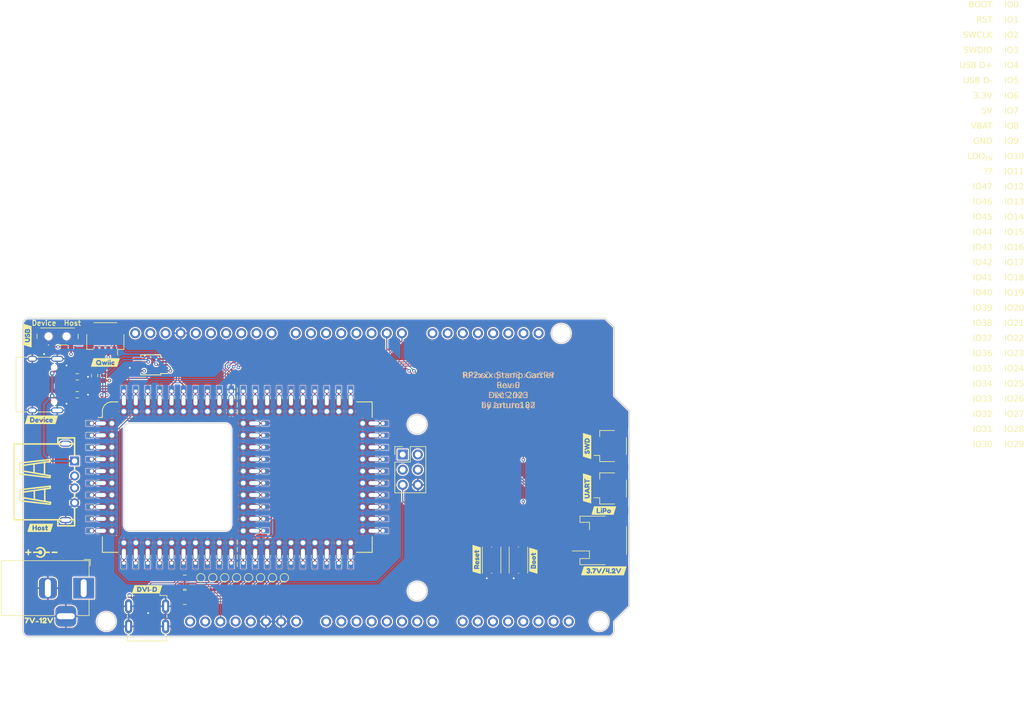
<source format=kicad_pcb>
(kicad_pcb (version 20231014) (generator "pcbnew") (generator_version "7.99")
  (layers (0 "F.Cu" signal) (1 "In1.Cu" power "GND.Cu") (2 "In2.Cu" power "PWR.Cu") (31 "B.Cu" signal) (34 "B.Paste" user) (35 "F.Paste" user) (36 "B.SilkS" user "B.Silkscreen") (37 "F.SilkS" user "F.Silkscreen") (38 "B.Mask" user) (39 "F.Mask" user) (44 "Edge.Cuts" user))
  (net 0 "")
  (net 1 "/IO9")
  (net 2 "/IO7")
  (net 3 "/IO2")
  (net 4 "/IO8")
  (net 5 "/IO5")
  (net 6 "/IO3")
  (net 7 "/IO6")
  (net 8 "/IO4")
  (net 9 "/IO10")
  (net 10 "/IO12")
  (net 11 "/IO13")
  (net 12 "/IO19")
  (net 13 "/IO11")
  (net 14 "/IO18")
  (net 15 "/IO15")
  (net 16 "/IO16")
  (net 17 "/IO14")
  (net 18 "/IO17")
  (net 19 "/IO23")
  (net 20 "/IO29")
  (net 21 "/IO27")
  (net 22 "/IO21")
  (net 23 "/IO22")
  (net 24 "/IO26")
  (net 25 "/IO28")
  (net 26 "/IO25")
  (net 27 "/IO20")
  (net 28 "/IO24")
  (net 29 "/IO43")
  (net 30 "/IO47")
  (net 31 "/USB_D-")
  (net 32 "VBAT")
  (net 33 "/IO42")
  (net 34 "/IO34")
  (net 35 "/IO46")
  (net 36 "/IO33")
  (net 37 "+3V3")
  (net 38 "/IO30")
  (net 39 "/IO35")
  (net 40 "/IO45")
  (net 41 "/IO37")
  (net 42 "/IO41")
  (net 43 "/IO44")
  (net 44 "GND")
  (net 45 "/USB_D+")
  (net 46 "/IO39")
  (net 47 "/~{RESET}")
  (net 48 "/IO40")
  (net 49 "/IO32")
  (net 50 "/SWCLK")
  (net 51 "/SWDIO")
  (net 52 "/IO31")
  (net 53 "+5V")
  (net 54 "/IO36")
  (net 55 "/IO38")
  (net 56 "/LDO_EN")
  (net 57 "unconnected-(J1-Pin_59-Pad59)")
  (net 58 "/D20{slash}SDA")
  (net 59 "/D11")
  (net 60 "/D21{slash}SCL")
  (net 61 "/D13")
  (net 62 "/D8")
  (net 63 "/D10")
  (net 64 "/D9")
  (net 65 "/D12")
  (net 66 "/D7")
  (net 67 "/D2")
  (net 68 "/D3")
  (net 69 "/D0{slash}RX")
  (net 70 "/D5")
  (net 71 "/D6")
  (net 72 "/D1{slash}TX")
  (net 73 "/D4")
  (net 74 "/D19")
  (net 75 "/D17")
  (net 76 "/D16")
  (net 77 "/D14")
  (net 78 "/D15")
  (net 79 "/D18")
  (net 81 "/A6")
  (net 82 "/A7")
  (net 83 "/A4")
  (net 84 "/A1")
  (net 85 "/A3")
  (net 86 "/A5")
  (net 87 "/A0")
  (net 88 "/A2")
  (net 89 "/A12")
  (net 90 "/A9")
  (net 91 "/A10")
  (net 92 "/A14")
  (net 93 "/A8")
  (net 94 "/A13")
  (net 95 "/A15")
  (net 96 "/A11")
  (net 97 "/SCK")
  (net 98 "/CIPO")
  (net 99 "/COPI")
  (net 100 "VDC")
  (net 101 "+BATT")
  (net 102 "Net-(J12-Pin_4)")
  (net 103 "Net-(J12-Pin_3)")
  (net 104 "VBUS")
  (net 105 "Net-(J13-CC1)")
  (net 107 "Net-(J13-CC2)")
  (net 114 "/CK-")
  (net 115 "/CK+")
  (net 116 "/D0-")
  (net 117 "/D2-")
  (net 118 "/BOOTSEL")
  (net 119 "VIN")
  (net 120 "/USB/USB_C_D-")
  (net 121 "/USB/USB_C_D+")
  (net 122 "/USB/USB_A_D-")
  (net 123 "/USB/USB_A_D+")
  (net 124 "Net-(SW3-B)")
  (net 125 "/D1+")
  (net 126 "/D2+")
  (net 127 "/D1-")
  (net 128 "/D0+")
  (net 129 "Net-(RN1-R2.2)")
  (net 130 "Net-(RN1-R4.2)")
  (net 131 "Net-(RN1-R3.2)")
  (net 132 "Net-(RN1-R1.2)")
  (net 133 "Net-(RN2-R3.2)")
  (net 134 "Net-(RN2-R1.2)")
  (net 135 "Net-(RN2-R2.2)")
  (net 136 "Net-(RN2-R4.2)")
  (footprint "TestPoint:TestPoint_Pad_D1.0mm" (layer "F.Cu") (at 148.4 113.95)
    (property "Reference" "TP6" (hide yes))
    (property "Value" "TestPoint")
  )
  (footprint "TestPoint:TestPoint_Pad_D1.0mm" (layer "F.Cu") (at 140.4 113.95)
    (property "Reference" "TP2" (hide yes))
    (property "Value" "TestPoint")
  )
  (footprint "TestPoint:TestPoint_Pad_D1.0mm" (layer "F.Cu") (at 138.4 113.95)
    (property "Reference" "TP1" (hide yes))
    (property "Value" "TestPoint")
  )
  (footprint "Connector_JST:JST_PH_S2B-PH-SM4-TB_1x02-1MP_P2.00mm_Horizontal" (layer "F.Cu") (at 205.201399 107.711 90)
    (property "Reference" "J11" (hide yes))
    (property "Value" "Conn_Batt")
  )
  (footprint "Connector_PinSocket_2.54mm:PinSocket_1x08_P2.54mm_Vertical" (layer "F.Cu") (at 136.6 121.3 90)
    (property "Reference" "J5" (hide yes))
    (property "Value" "Conn_01x08")
  )
  (footprint "Connector_JST:JST_SH_SM03B-SRSS-TB_1x03-1MP_P1.00mm_Horizontal" (layer "F.Cu") (at 207 99 90)
    (property "Reference" "J15" (hide yes))
    (property "Value" "Conn_Pi_UART")
  )
  (footprint "svg2mod" (layer "F.Cu") (at 111.2814 121.1011)
    (property "Reference" "svg2mod" (hide yes))
    (property "Value" "G***" (hide yes))
  )
  (footprint "TestPoint:TestPoint_Pad_D1.0mm" (layer "F.Cu") (at 146.4 113.95)
    (property "Reference" "TP5" (hide yes))
    (property "Value" "TestPoint")
  )
  (footprint "Button_Switch_SMD:SW_Push_1P1T_NO_CK_KMR2" (layer "F.Cu") (at 191.6 111 90)
    (property "Reference" "SW2" (hide yes))
    (property "Value" "BTN_UP")
  )
  (footprint "kibuzzard-6575ECE3" (layer "F.Cu") (at 109.350001 73.4 90)
    (property "Reference" "kibuzzard-6575ECE3" (hide yes))
    (property "Value" "G***" (hide yes))
  )
  (footprint "Connector_USB:USB_C_Receptacle_XKB_U262-16XN-4BVC11" (layer "F.Cu") (at 111.240001 81.6 -90)
    (property "Reference" "J13" (hide yes))
    (property "Value" "USB_C_Receptacle_USB2.0")
  )
  (footprint "Connector_PinSocket_2.54mm:PinSocket_1x08_P2.54mm_Vertical" (layer "F.Cu") (at 159.4 121.3 90)
    (property "Reference" "J6" (hide yes))
    (property "Value" "Conn_01x08")
  )
  (footprint "Connector_JST:JST_SH_SM03B-SRSS-TB_1x03-1MP_P1.00mm_Horizontal" (layer "F.Cu") (at 207 91.9 90)
    (property "Reference" "J14" (hide yes))
    (property "Value" "Conn_Pi_SWD")
  )
  (footprint "rp2350_stamp_carrier:RP2xx_Stamp_FlexyPin" (layer "F.Cu") (at 134.5 97.1)
    (property "Reference" "J1" (hide yes))
    (property "Value" "Conn_02x30_Counter_Clockwise")
  )
  (footprint "Resistor_SMD:R_0603_1608Metric" (layer "F.Cu") (at 122.1 80.1 90)
    (property "Reference" "R3" (hide yes))
    (property "Value" "4.7K")
  )
  (footprint "kibuzzard-6575299A" (layer "F.Cu") (at 122.4 77.9)
    (property "Reference" "kibuzzard-6575299A" (hide yes))
    (property "Value" "G***" (hide yes))
  )
  (footprint "TestPoint:TestPoint_Pad_D1.0mm" (layer "F.Cu") (at 142.4 113.95)
    (property "Reference" "TP3" (hide yes))
    (property "Value" "TestPoint")
  )
  (footprint "Resistor_SMD:R_0603_1608Metric" (layer "F.Cu") (at 120.6 80.1 90)
    (property "Reference" "R2" (hide yes))
    (property "Value" "4.7K")
  )
  (footprint "Button_Switch_SMD:SW_SPDT_PCM12" (layer "F.Cu") (at 114.400001 73.85 180)
    (property "Reference" "SW3" (hide yes))
    (property "Value" "SW_USB")
  )
  (footprint "Connector_PinHeader_2.54mm:PinHeader_2x03_P2.54mm_Vertical" (layer "F.Cu") (at 172.21 93.32)
    (property "Reference" "J8" (hide yes))
    (property "Value" "Conn_SPI")
  )
  (footprint "Connector_PinSocket_2.54mm:PinSocket_1x08_P2.54mm_Vertical" (layer "F.Cu") (at 182.25 121.3 90)
    (property "Reference" "J7" (hide yes))
    (property "Value" "Conn_01x08")
  )
  (footprint "kibuzzard-657529B8" (layer "F.Cu") (at 111.5 105.6)
    (property "Reference" "kibuzzard-657529B8" (hide yes))
    (property "Value" "G***" (hide yes))
  )
  (footprint "Connector_PinSocket_2.54mm:PinSocket_1x10_P2.54mm_Vertical" (layer "F.Cu") (at 127.4 73 90)
    (property "Reference" "J2" (hide yes))
    (property "Value" "Conn_01x10")
  )
  (footprint "Connector_BarrelJack:BarrelJack_Horizontal" (layer "F.Cu") (at 118.7814 115.7011)
    (property "Reference" "J10" (hide yes))
    (property "Value" "Barrel_Jack")
  )
  (footprint "Package_SO:MSOP-10_3x3mm_P0.5mm" (layer "F.Cu") (at 130 78.3 180)
    (property "Reference" "U2" (hide yes))
    (property "Value" "MSUSB30")
  )
  (footprint "Button_Switch_SMD:SW_Push_1P1T_NO_CK_KMR2" (layer "F.Cu") (at 187.1 111 90)
    (property "Reference" "SW1" (hide yes))
    (property "Value" "BTN_UP")
  )
  (footprint "kibuzzard-65752924" (layer "F.Cu") (at 184.6 110.9 90)
    (property "Reference" "kibuzzard-65752924" (hide yes))
    (property "Value" "G***" (hide yes))
  )
  (footprint "Connector_PinSocket_2.54mm:PinSocket_1x08_P2.54mm_Vertical" (layer "F.Cu") (at 154.3 73 90)
    (property "Reference" "J3" (hide yes))
    (property "Value" "Conn_01x08")
  )
  (footprint "Resistor_SMD:R_0603_1608Metric" (layer "F.Cu") (at 117.7 80.3)
    (property "Reference" "R1" (hide yes))
    (property "Value" "5.1K")
  )
  (footprint "Resistor_SMD:R_Array_Convex_4x0402" (layer "F.Cu") (at 135.7 114.7)
    (property "Reference" "RN1" (hide yes))
    (property "Value" "270R")
  )
  (footprint "kibuzzard-657529FD" (layer "F.Cu") (at 129.4 115.9)
    (property "Reference" "kibuzzard-657529FD" (hide yes))
    (property "Value" "G***" (hide yes))
  )
  (footprint "Connector_JST:JST_SH_SM04B-SRSS-TB_1x04-1MP_P1.00mm_Horizontal" (layer "F.Cu") (at 122.4 73.922501 180)
    (property "Reference" "J12" (hide yes))
    (property "Value" "Conn_Stemma_QT")
  )
  (footprint "TestPoint:TestPoint_Pad_D1.0mm" (layer "F.Cu") (at 144.4 113.95)
    (property "Reference" "TP4" (hide yes))
    (property "Value" "TestPoint")
  )
  (footprint "kibuzzard-657528E6" (layer "F.Cu") (at 205.9 102.7)
    (property "Reference" "kibuzzard-657528E6" (hide yes))
    (property "Value" "G***" (hide yes))
  )
  (footprint "TestPoint:TestPoint_Pad_D1.0mm" (layer "F.Cu") (at 152.4 113.95)
    (property "Reference" "TP8" (hide yes))
    (property "Value" "TestPoint")
  )
  (footprint "kibuzzard-6575292F" (layer "F.Cu") (at 194.1 111.1 90)
    (property "Reference" "kibuzzard-6575292F" (hide yes))
    (property "Value" "G***" (hide yes))
  )
  (footprint "kibuzzard-657529A9" (layer "F.Cu") (at 111.7 87.5)
    (property "Reference" "kibuzzard-657529A9" (hide yes))
    (property "Value" "G***" (hide yes))
  )
  (footprint "Connector_USB_Extra:USB_A_Receptacle_908-261A1011D10100" (layer "F.Cu") (at 116.5 97.9 -90)
    (property "Reference" "J17" (hide yes))
    (property "Value" "USB_A" (hide yes))
  )
  (footprint "Connector_PinSocket_2.54mm:PinSocket_1x08_P2.54mm_Vertical" (layer "F.Cu") (at 177.2 73 90)
    (property "Reference" "J4" (hide yes))
    (property "Value" "Conn_01x08")
  )
  (footprint "kibuzzard-65752919" (layer "F.Cu") (at 203.1 99 90)
    (property "Reference" "kibuzzard-65752919" (hide yes))
    (property "Value" "G***" (hide yes))
  )
  (footprint "Resistor_SMD:R_0603_1608Metric" (layer "F.Cu") (at 117.7 83.3)
    (property "Reference" "R4" (hide yes))
    (property "Value" "5.1K")
  )
  (footprint "Resistor_SMD:R_Array_Convex_4x0402" (layer "F.Cu") (at 135.7 117.25)
    (property "Reference" "RN2" (hide yes))
    (property "Value" "270R")
  )
  (footprint "TestPoint:TestPoint_Pad_D1.0mm" (layer "F.Cu") (at 150.4 113.95)
    (property "Reference" "TP7" (hide yes))
    (property "Value" "TestPoint")
  )
  (footprint "Connector_HDMI:HDMI_Micro-D_Molex_46765-1x01" (layer "F.Cu") (at 129.399999 122.099999)
    (property "Reference" "J18" (hide yes))
    (property "Value" "HDMI_C_1.4")
  )
  (footprint "kibuzzard-657528F6" (layer "F.Cu") (at 205.901399 112.8011)
    (property "Reference" "kibuzzard-657528F6" (hide yes))
    (property "Value" "G***" (hide yes))
  )
  (footprint "kibuzzard-65752916" (layer "F.Cu") (at 203.1 91.9 90)
    (property "Reference" "kibuzzard-65752916" (hide yes))
    (property "Value" "G***" (hide yes))
  )
  (gr_line (start 109.5 109.7) (end 109.500001 109.299998) (stroke (width 0.25)) (layer "F.SilkS"))
  (gr_line (start 113.9 109.7) (end 113.5 109.7) (stroke (width 0.25)) (layer "F.SilkS"))
  (gr_line (start 113.9 109.7) (end 114.3 109.7) (stroke (width 0.25)) (layer "F.SilkS"))
  (gr_line (start 109.5 109.7) (end 109.9 109.7) (stroke (width 0.25)) (layer "F.SilkS"))
  (gr_line (start 109.5 109.7) (end 109.1 109.7) (stroke (width 0.25)) (layer "F.SilkS"))
  (gr_line (start 112.299999 109.7) (end 113.000001 109.7) (stroke (width 0.25)) (layer "F.SilkS"))
  (gr_line (start 111.5 109.7) (end 110.399999 109.700001) (stroke (width 0.25)) (layer "F.SilkS"))
  (gr_circle (center 111.5 109.7) (end 111.2814 109.7) (stroke (width 0.25)) (fill none) (layer "F.SilkS"))
  (gr_arc (start 112.065684 109.134313) (mid 112.065687 110.265684) (end 110.934316 110.265687) (stroke (width 0.25)) (layer "F.SilkS"))
  (gr_line (start 109.5 109.7) (end 109.499999 110.100002) (stroke (width 0.25)) (layer "F.SilkS"))
  (gr_arc (start 110.934313 109.134316) (mid 112.065684 109.134313) (end 112.065687 110.265684) (stroke (width 0.25)) (layer "F.SilkS"))
  (gr_circle (center 198.77 73.03) (end 200.37 73.03) (stroke (width 0.15)) (fill none) (layer "Edge.Cuts"))
  (gr_arc (start 125.5 89.1) (mid 125.792893 88.392893) (end 126.5 88.1) (stroke (width 0.1)) (layer "Edge.Cuts"))
  (gr_arc (start 108.58 71.5) (mid 108.872893 70.792893) (end 109.58 70.5) (stroke (width 0.15)) (layer "Edge.Cuts"))
  (gr_line (start 207.64 83.5) (end 210.18 86) (stroke (width 0.15)) (layer "Edge.Cuts"))
  (gr_line (start 126.5 106.1) (end 142.499999 106.1) (stroke (width 0.1)) (layer "Edge.Cuts"))
  (gr_line (start 206.64 123.84) (end 109.58 123.84) (stroke (width 0.15)) (layer "Edge.Cuts"))
  (gr_arc (start 126.5 106.1) (mid 125.792893 105.807107) (end 125.5 105.1) (stroke (width 0.1)) (layer "Edge.Cuts"))
  (gr_circle (center 174.64 88.27) (end 176.24 88.27) (stroke (width 0.15)) (fill none) (layer "Edge.Cuts"))
  (gr_line (start 206.11 70.5) (end 207.64 72.02) (stroke (width 0.15)) (layer "Edge.Cuts"))
  (gr_line (start 143.5 105.1) (end 143.5 89.1) (stroke (width 0.1)) (layer "Edge.Cuts"))
  (gr_line (start 108.58 122.84) (end 108.58 71.5) (stroke (width 0.15)) (layer "Edge.Cuts"))
  (gr_circle (center 122.57 121.28) (end 124.17 121.28) (stroke (width 0.15)) (fill none) (layer "Edge.Cuts"))
  (gr_arc (start 109.58 123.84) (mid 108.872893 123.547107) (end 108.58 122.84) (stroke (width 0.15)) (layer "Edge.Cuts"))
  (gr_line (start 207.64 121.3) (end 207.64 122.84) (stroke (width 0.15)) (layer "Edge.Cuts"))
  (gr_arc (start 142.5 88.1) (mid 143.207107 88.392893) (end 143.5 89.1) (stroke (width 0.1)) (layer "Edge.Cuts"))
  (gr_arc (start 207.64 122.84) (mid 207.347107 123.547107) (end 206.64 123.84) (stroke (width 0.15)) (layer "Edge.Cuts"))
  (gr_arc (start 143.5 105.1) (mid 143.207106 105.807107) (end 142.499999 106.1) (stroke (width 0.1)) (layer "Edge.Cuts"))
  (gr_line (start 142.5 88.1) (end 126.5 88.1) (stroke (width 0.1)) (layer "Edge.Cuts"))
  (gr_line (start 210.18 86) (end 210.18 118.76) (stroke (width 0.15)) (layer "Edge.Cuts"))
  (gr_line (start 109.58 70.5) (end 206.11 70.5) (stroke (width 0.15)) (layer "Edge.Cuts"))
  (gr_line (start 207.64 72.02) (end 207.64 83.5) (stroke (width 0.15)) (layer "Edge.Cuts"))
  (gr_line (start 125.5 89.1) (end 125.5 105.1) (stroke (width 0.1)) (layer "Edge.Cuts"))
  (gr_line (start 210.18 118.76) (end 207.64 121.3) (stroke (width 0.15)) (layer "Edge.Cuts"))
  (gr_circle (center 174.64 116.2) (end 176.24 116.2) (stroke (width 0.15)) (fill none) (layer "Edge.Cuts"))
  (gr_circle (center 205.12 121.29) (end 206.72 121.29) (stroke (width 0.15)) (fill none) (layer "Edge.Cuts"))
  (gr_text "RP2xxx Stamp Carrier\nRev 0\nDec 2023\nby arturo182" (at 189.9 82.6 -0) (layer "B.SilkS") (effects (font (size 1 1)) (justify mirror)))
  (gr_text "IO9" (at 273.000001 40.860001 0) (layer "F.SilkS") (effects (font (size 1 1)) (justify left)))
  (gr_text "IO20" (at 273 68.799999 0) (layer "F.SilkS") (effects (font (size 1 1)) (justify left)))
  (gr_text "IO34" (at 271 81.500002 0) (layer "F.SilkS") (effects (font (size 1 1)) (justify right)))
  (gr_text "IO17" (at 273 61.179998 0) (layer "F.SilkS") (effects (font (size 1 1)) (justify left)))
  (gr_text "IO42" (at 271 61.180001 0) (layer "F.SilkS") (effects (font (size 1 1)) (justify right)))
  (gr_text "VBAT" (at 271 38.320001 0) (layer "F.SilkS") (effects (font (size 1 1)) (justify right)))
  (gr_text "USB D-" (at 271 30.700001 0) (layer "F.SilkS") (effects (font (size 1 1)) (justify right)))
  (gr_text "IO38" (at 271 71.340001 0) (layer "F.SilkS") (effects (font (size 1 1)) (justify right)))
  (gr_text "IO23" (at 272.999999 76.42 0) (layer "F.SilkS") (effects (font (size 1 1)) (justify left)))
  (gr_text "IO12" (at 273 48.479999 0) (layer "F.SilkS") (effects (font (size 1 1)) (justify left)))
  (gr_text "IO22" (at 272.999999 73.88 0) (layer "F.SilkS") (effects (font (size 1 1)) (justify left)))
  (gr_text "IO2" (at 273 23.08 0) (layer "F.SilkS") (effects (font (size 1 1)) (justify left)))
  (gr_text "IO0\n" (at 273 18 0) (layer "F.SilkS") (effects (font (size 1 1)) (justify left)))
  (gr_text "IO5" (at 273 30.7 0) (layer "F.SilkS") (effects (font (size 1 1)) (justify left)))
  (gr_text "IO8" (at 273 38.32 0) (layer "F.SilkS") (effects (font (size 1 1)) (justify left)))
  (gr_text "??" (at 271 45.940001 0) (layer "F.SilkS") (effects (font (size 1 1)) (justify right)))
  (gr_text "IO18" (at 273 63.72 0) (layer "F.SilkS") (effects (font (size 1 1)) (justify left)))
  (gr_text "IO25" (at 273.000001 81.5 0) (layer "F.SilkS") (effects (font (size 1 1)) (justify left)))
  (gr_text "BOOT" (at 271 18 0) (layer "F.SilkS") (effects (font (size 1 1)) (justify right)))
  (gr_text "IO43" (at 271 58.640001 0) (layer "F.SilkS") (effects (font (size 1 1)) (justify right)))
  (gr_text "IO6" (at 273 33.24 0) (layer "F.SilkS") (effects (font (size 1 1)) (justify left)))
  (gr_text "IO29" (at 273 91.66 0) (layer "F.SilkS") (effects (font (size 1 1)) (justify left)))
  (gr_text "SWDIO" (at 271 25.620001 0) (layer "F.SilkS") (effects (font (size 1 1)) (justify right)))
  (gr_text "IO35" (at 271.000001 78.960001 0) (layer "F.SilkS") (effects (font (size 1 1)) (justify right)))
  (gr_text "IO33" (at 271 84.040001 0) (layer "F.SilkS") (effects (font (size 1 1)) (justify right)))
  (gr_text "IO1" (at 273 20.54 0) (layer "F.SilkS") (effects (font (size 1 1)) (justify left)))
  (gr_text "IO21" (at 272.999999 71.34 0) (layer "F.SilkS") (effects (font (size 1 1)) (justify left)))
  (gr_text "IO24" (at 273 78.96 0) (layer "F.SilkS") (effects (font (size 1 1)) (justify left)))
  (gr_text "RP2xxx Stamp Carrier\nRev 0\nDec 2023\nby arturo182" (at 189.9 82.6 0) (layer "F.SilkS") (effects (font (size 1 1))))
  (gr_text "IO46" (at 270.999999 51.020001 0) (layer "F.SilkS") (effects (font (size 1 1)) (justify right)))
  (gr_text "IO13" (at 273 51.02 0) (layer "F.SilkS") (effects (font (size 1 1)) (justify left)))
  (gr_text "IO37" (at 271 73.88 0) (layer "F.SilkS") (effects (font (size 1 1)) (justify right)))
  (gr_text "IO45" (at 271 53.560001 0) (layer "F.SilkS") (effects (font (size 1 1)) (justify right)))
  (gr_text "IO11" (at 273 45.94 0) (layer "F.SilkS") (effects (font (size 1 1)) (justify left)))
  (gr_text "IO30" (at 271 91.660001 0) (layer "F.SilkS") (effects (font (size 1 1)) (justify right)))
  (gr_text "IO4" (at 273 28.16 0) (layer "F.SilkS") (effects (font (size 1 1)) (justify left)))
  (gr_text "3.3V" (at 271 33.240001 0) (layer "F.SilkS") (effects (font (size 1 1)) (justify right)))
  (gr_text "IO26" (at 273 84.04 0) (layer "F.SilkS") (effects (font (size 1 1)) (justify left)))
  (gr_text "IO14" (at 273.000001 53.56 0) (layer "F.SilkS") (effects (font (size 1 1)) (justify left)))
  (gr_text "IO27" (at 273 86.58 0) (layer "F.SilkS") (effects (font (size 1 1)) (justify left)))
  (gr_text "IO3" (at 272.999999 25.62 0) (layer "F.SilkS") (effects (font (size 1 1)) (justify left)))
  (gr_text "SWCLK" (at 271 23.080001 0) (layer "F.SilkS") (effects (font (size 1 1)) (justify right)))
  (gr_text "IO7" (at 273 35.78 0) (layer "F.SilkS") (effects (font (size 1 1)) (justify left)))
  (gr_text "Device  Host" (at 114.200001 71.3 0) (layer "F.SilkS") (effects (font (size 0.85 0.85))))
  (gr_text "IO10" (at 273 43.400001 0) (layer "F.SilkS") (effects (font (size 1 1)) (justify left)))
  (gr_text "IO40" (at 271.000001 66.260002 0) (layer "F.SilkS") (effects (font (size 1 1)) (justify right)))
  (gr_text "IO39" (at 271 68.800002 0) (layer "F.SilkS") (effects (font (size 1 1)) (justify right)))
  (gr_text "IO32" (at 271 86.579999 0) (layer "F.SilkS") (effects (font (size 1 1)) (justify right)))
  (gr_text "RST" (at 270.999999 20.54 0) (layer "F.SilkS") (effects (font (size 1 1)) (justify right)))
  (gr_text "IO19" (at 273 66.26 0) (layer "F.SilkS") (effects (font (size 1 1)) (justify left)))
  (gr_text "5V" (at 271.000001 35.780001 0) (layer "F.SilkS") (effects (font (size 1 1)) (justify right)))
  (gr_text "USB D+" (at 271 28.160001 0) (layer "F.SilkS") (effects (font (size 1 1)) (justify right)))
  (gr_text "IO47" (at 271 48.480001 0) (layer "F.SilkS") (effects (font (size 1 1)) (justify right)))
  (gr_text "IO28" (at 273 89.12 0) (layer "F.SilkS") (effects (font (size 1 1)) (justify left)))
  (gr_text "IO36" (at 271 76.420001 0) (layer "F.SilkS") (effects (font (size 1 1)) (justify right)))
  (gr_text "IO31" (at 271 89.120001 0) (layer "F.SilkS") (effects (font (size 1 1)) (justify right)))
  (gr_text "IO41" (at 271 63.720001 0) (layer "F.SilkS") (effects (font (size 1 1)) (justify right)))
  (gr_text "IO44" (at 271 56.100001 0) (layer "F.SilkS") (effects (font (size 1 1)) (justify right)))
  (gr_text "GND" (at 271 40.860001 0) (layer "F.SilkS") (effects (font (size 1 1)) (justify right)))
  (gr_text "LDO_{EN}\n" (at 271 43.400001 0) (layer "F.SilkS") (effects (font (size 1 1)) (justify right)))
  (gr_text "IO16" (at 273 58.64 0) (layer "F.SilkS") (effects (font (size 1 1)) (justify left)))
  (gr_text "IO15" (at 273.000001 56.1 0) (layer "F.SilkS") (effects (font (size 1 1)) (justify left)))
  (segment (start 120.1 106.1) (end 121.65 106.1) (width 0.25) (layer "F.Cu") (net 1))
  (segment (start 120.1 102.1) (end 121.65 102.1) (width 0.25) (layer "F.Cu") (net 2))
  (segment (start 120.1 92.1) (end 121.65 92.1) (width 0.25) (layer "F.Cu") (net 3))
  (segment (start 120.1 104.1) (end 121.65 104.1) (width 0.25) (layer "F.Cu") (net 4))
  (segment (start 120.1 98.1) (end 121.65 98.1) (width 0.25) (layer "F.Cu") (net 5))
  (segment (start 120.1 94.1) (end 121.65 94.1) (width 0.25) (layer "F.Cu") (net 6))
  (segment (start 120.1 100.1) (end 121.65 100.1) (width 0.25) (layer "F.Cu") (net 7))
  (segment (start 120.1 96.1) (end 121.65 96.1) (width 0.25) (layer "F.Cu") (net 8))
  (segment (start 125.5 109.95) (end 125.5 111.5) (width 0.25) (layer "F.Cu") (net 9))
  (segment (start 129.5 109.95) (end 129.5 111.5) (width 0.25) (layer "F.Cu") (net 10))
  (segment (start 131.5 109.95) (end 131.5 111.5) (width 0.25) (layer "F.Cu") (net 11))
  (segment (start 143.5 109.95) (end 143.5 111.5) (width 0.25) (layer "F.Cu") (net 12))
  (segment (start 127.5 109.95) (end 127.5 111.5) (width 0.25) (layer "F.Cu") (net 13))
  (segment (start 141.5 109.95) (end 141.5 111.5) (width 0.25) (layer "F.Cu") (net 14))
  (segment (start 135.5 109.95) (end 135.5 111.5) (width 0.25) (layer "F.Cu") (net 15))
  (segment (start 137.5 109.95) (end 137.5 111.5) (width 0.25) (layer "F.Cu") (net 16))
  (segment (start 133.5 109.95) (end 133.5 111.5) (width 0.25) (layer "F.Cu") (net 17))
  (segment (start 139.5 109.95) (end 139.5 111.5) (width 0.25) (layer "F.Cu") (net 18))
  (segment (start 147.35 100.1) (end 148.9 100.1) (width 0.25) (layer "F.Cu") (net 19))
  (segment (start 151.5 109.95) (end 151.5 111.5) (width 0.25) (layer "F.Cu") (net 19))
  (segment (start 150.05 100.1) (end 148.9 100.1) (width 0.25) (layer "F.Cu") (net 19))
  (segment (start 151.5 101.55) (end 150.05 100.1) (width 0.25) (layer "F.Cu") (net 19))
  (segment (start 151.5 108.1) (end 151.5 101.55) (width 0.25) (layer "F.Cu") (net 19))
  (segment (start 163.5 108.1) (end 163.5 101.5) (width 0.25) (layer "F.Cu") (net 20))
  (segment (start 150.1 88.1) (end 148.9 88.1) (width 0.25) (layer "F.Cu") (net 20))
  (segment (start 147.35 88.1) (end 148.9 88.1) (width 0.25) (layer "F.Cu") (net 20))
  (segment (start 163.5 101.5) (end 150.1 88.1) (width 0.25) (layer "F.Cu") (net 20))
  (segment (start 163.5 109.95) (end 163.5 111.5) (width 0.25) (layer "F.Cu") (net 20))
  (segment (start 159.5 108.1) (end 159.5 101.5) (width 0.25) (layer "F.Cu") (net 21))
  (segment (start 159.5 109.95) (end 159.5 111.5) (width 0.25) (layer "F.Cu") (net 21))
  (segment (start 150.1 92.1) (end 148.9 92.1) (width 0.25) (layer "F.Cu") (net 21))
  (segment (start 159.5 101.5) (end 150.1 92.1) (width 0.25) (layer "F.Cu") (net 21))
  (segment (start 147.35 92.1) (end 148.9 92.1) (width 0.25) (layer "F.Cu") (net 21))
  (segment (start 147.35 104.1) (end 148.9 104.1) (width 0.25) (layer "F.Cu") (net 22))
  (segment (start 147.5 109.95) (end 147.5 111.5) (width 0.25) (layer "F.Cu") (net 22))
  (segment (start 147.5 108.1) (end 147.5 107.25) (width 0.25) (layer "B.Cu") (net 22))
  (segment (start 147.75 107) (end 150.175 107) (width 0.25) (layer "B.Cu") (net 22))
  (segment (start 150.175 107) (end 150.5 106.675) (width 0.25) (layer "B.Cu") (net 22))
  (segment (start 150.5 104.4) (end 150.2 104.1) (width 0.25) (layer "B.Cu") (net 22))
  (segment (start 147.5 107.25) (end 147.75 107) (width 0.25) (layer "B.Cu") (net 22))
  (segment (start 150.5 106.675) (end 150.5 104.4) (width 0.25) (layer "B.Cu") (net 22))
  (segment (start 150.2 104.1) (end 148.9 104.1) (width 0.25) (layer "B.Cu") (net 22))
  (segment (start 149.5 109.95) (end 149.5 111.5) (width 0.25) (layer "F.Cu") (net 23))
  (segment (start 150 102.1) (end 148.9 102.1) (width 0.25) (layer "F.Cu") (net 23))
  (segment (start 149.5 108.1) (end 149.5 107.3) (width 0.25) (layer "F.Cu") (net 23))
  (segment (start 147.35 102.1) (end 148.9 102.1) (width 0.25) (layer "F.Cu") (net 23))
  (segment (start 150.2 106.6) (end 150.2 102.3) (width 0.25) (layer "F.Cu") (net 23))
  (segment (start 149.5 107.3) (end 150.2 106.6) (width 0.25) (layer "F.Cu") (net 23))
  (segment (start 150.2 102.3) (end 150 102.1) (width 0.25) (layer "F.Cu") (net 23))
  (segment (start 157.5 101.5) (end 150.1 94.1) (width 0.25) (layer "F.Cu") (net 24))
  (segment (start 157.5 109.95) (end 157.5 111.5) (width 0.25) (layer "F.Cu") (net 24))
  (segment (start 157.5 108.1) (end 157.5 101.5) (width 0.25) (layer "F.Cu") (net 24))
  (segment (start 150.1 94.1) (end 148.9 94.1) (width 0.25) (layer "F.Cu") (net 24))
  (segment (start 147.35 94.1) (end 148.9 94.1) (width 0.25) (layer "F.Cu") (net 24))
  (segment (start 161.5 108.1) (end 161.5 101.5) (width 0.25) (layer "F.Cu") (net 25))
  (segment (start 147.35 90.1) (end 148.9 90.1) (width 0.25) (layer "F.Cu") (net 25))
  (segment (start 150.1 90.1) (end 148.9 90.1) (width 0.25) (layer "F.Cu") (net 25))
  (segment (start 161.5 109.95) (end 161.5 111.5) (width 0.25) (layer "F.Cu") (net 25))
  (segment (start 161.5 101.5) (end 150.1 90.1) (width 0.25) (layer "F.Cu") (net 25))
  (segment (start 150.1 96.1) (end 148.9 96.1) (width 0.25) (layer "F.Cu") (net 26))
  (segment (start 155.5 101.5) (end 150.1 96.1) (width 0.25) (layer "F.Cu") (net 26))
  (segment (start 147.35 96.1) (end 148.9 96.1) (width 0.25) (layer "F.Cu") (net 26))
  (segment (start 155.5 109.95) (end 155.5 111.5) (width 0.25) (layer "F.Cu") (net 26))
  (segment (start 155.5 108.1) (end 155.5 101.5) (width 0.25) (layer "F.Cu") (net 26))
  (segment (start 145.5 106.1) (end 145.5 108.1) (width 0.25) (layer "F.Cu") (net 27))
  (segment (start 145.5 109.95) (end 145.5 111.5) (width 0.25) (layer "F.Cu") (net 27))
  (segment (start 147.35 106.1) (end 148.9 106.1) (width 0.25) (layer "F.Cu") (net 27))
  (segment (start 147.35 98.1) (end 148.9 98.1) (width 0.25) (layer "F.Cu") (net 28))
  (segment (start 153.5 101.5) (end 150.1 98.1) (width 0.25) (layer "F.Cu") (net 28))
  (segment (start 150.1 98.1) (end 148.9 98.1) (width 0.25) (layer "F.Cu") (net 28))
  (segment (start 153.5 109.95) (end 153.5 111.5) (width 0.25) (layer "F.Cu") (net 28))
  (segment (start 153.5 108.1) (end 153.5 101.5) (width 0.25) (layer "F.Cu") (net 28))
  (segment (start 157.5 82.7) (end 157.5 84.25) (width 0.25) (layer "F.Cu") (net 29))
  (segment (start 149.5 82.7) (end 149.5 84.25) (width 0.25) (layer "F.Cu") (net 30))
  (segment (start 133.1182 76.8) (end 129.3 76.8) (width 0.2) (layer "F.Cu") (net 31))
  (segment (start 135.5 82.7) (end 135.5 84.25) (width 0.2) (layer "F.Cu") (net 31))
  (segment (start 128.799999 77.300001) (end 127.800001 77.300001) (width 0.2) (layer "F.Cu") (net 31))
  (segment (start 134.725 78.4068) (end 133.1182 76.8) (width 0.2) (layer "F.Cu") (net 31))
  (segment (start 129.3 76.8) (end 128.799999 77.300001) (width 0.2) (layer "F.Cu") (net 31))
  (segment (start 134.725 80.949999) (end 134.725 78.4068) (width 0.2) (layer "F.Cu") (net 31))
  (segment (start 135.5 81.724999) (end 134.725 80.949999) (width 0.2) (layer "F.Cu") (net 31))
  (segment (start 135.5 82.7) (end 135.5 81.724999) (width 0.2) (layer "F.Cu") (net 31))
  (segment (start 141.5 82.7) (end 141.5 84.25) (width 0.25) (layer "F.Cu") (net 32))
  (segment (start 159.5 82.7) (end 159.5 84.25) (width 0.25) (layer "F.Cu") (net 33))
  (segment (start 167.35 98.1) (end 168.9 98.1) (width 0.25) (layer "F.Cu") (net 34))
  (segment (start 151.5 82.7) (end 151.5 84.25) (width 0.25) (layer "F.Cu") (net 35))
  (segment (start 167.35 100.1) (end 168.9 100.1) (width 0.25) (layer "F.Cu") (net 36))
  (segment (start 127.800001 79.300001) (end 128.9 79.3) (width 0.25) (layer "F.Cu") (net 37))
  (segment (start 137.5 82.7) (end 137.5 84.25) (width 0.25) (layer "F.Cu") (net 37))
  (segment (start 116.650001 75.28) (end 116.65 76.5) (width 0.25) (layer "F.Cu") (net 37))
  (segment (start 122.899998 76.999998) (end 122.9 77) (width 0.25) (layer "F.Cu") (net 37))
  (segment (start 120.6 80.925) (end 122.1 80.925) (width 0.3) (layer "F.Cu") (net 37))
  (segment (start 122.1 80.925) (end 123.075 80.925) (width 0.3) (layer "F.Cu") (net 37))
  (segment (start 122.899998 75.922503) (end 122.899998 76.999998) (width 0.25) (layer "F.Cu") (net 37))
  (via (at 116.65 76.5) (size 0.6) (drill 0.3) (layers "F.Cu" "B.Cu") (net 37))
  (via (at 128.9 79.3) (size 0.6) (drill 0.3) (layers "F.Cu" "B.Cu") (net 37))
  (via (at 123.075 80.925) (size 0.6) (drill 0.3) (layers "F.Cu" "B.Cu") (net 37))
  (via (at 122.9 77) (size 0.6) (drill 0.3) (layers "F.Cu" "B.Cu") (net 37))
  (segment (start 167.35 106.1) (end 168.9 106.1) (width 0.25) (layer "F.Cu") (net 38))
  (segment (start 167.35 96.1) (end 168.9 96.1) (width 0.25) (layer "F.Cu") (net 39))
  (segment (start 153.5 82.7) (end 153.5 84.25) (width 0.25) (layer "F.Cu") (net 40))
  (segment (start 167.35 92.1) (end 168.9 92.1) (width 0.25) (layer "F.Cu") (net 41))
  (segment (start 161.5 82.7) (end 161.5 84.25) (width 0.25) (layer "F.Cu") (net 42))
  (segment (start 155.5 82.7) (end 155.5 84.25) (width 0.25) (layer "F.Cu") (net 43))
  (segment (start 132.199999 77.299999) (end 131.045497 77.299999) (width 0.25) (layer "F.Cu") (net 44))
  (segment (start 115.75 78.55) (end 115.9 78.4) (width 0.25) (layer "F.Cu") (net 44))
  (segment (start 112.150002 75.28) (end 112.150002 76.499998) (width 0.25) (layer "F.Cu") (net 44))
  (segment (start 129.999999 117.324999) (end 129.999999 116.241853) (width 0.15) (layer "F.Cu") (net 44))
  (segment (start 114.910001 78.25) (end 115.75 78.25) (width 0.25) (layer "F.Cu") (net 44))
  (segment (start 115.75 84.95) (end 115.9 84.8) (width 0.25) (layer "F.Cu") (net 44))
  (segment (start 186.300001 113.049998) (end 186.3 114.05) (width 0.25) (layer "F.Cu") (net 44))
  (segment (start 115.75 84.65) (end 115.9 84.8) (width 0.25) (layer "F.Cu") (net 44))
  (segment (start 114.910001 78.55) (end 115.75 78.55) (width 0.25) (layer "F.Cu") (net 44))
  (segment (start 114.910001 84.65) (end 115.75 84.65) (width 0.25) (layer "F.Cu") (net 44))
  (segment (start 129.400001 118.549999) (end 129.400001 119.708152) (width 0.15) (layer "F.Cu") (net 44))
  (segment (start 114.910001 84.95) (end 115.75 84.95) (width 0.25) (layer "F.Cu") (net 44))
  (segment (start 118.525 83.3) (end 119.5 83.3) (width 0.25) (layer "F.Cu") (net 44))
  (segment (start 112.150002 76.499998) (end 112.15 76.5) (width 0.25) (layer "F.Cu") (net 44))
  (segment (start 190.800001 113.049998) (end 190.8 114.05) (width 0.25) (layer "F.Cu") (net 44))
  (segment (start 115.75 78.25) (end 115.9 78.4) (width 0.25) (layer "F.Cu") (net 44))
  (segment (start 127.8 78.8) (end 126.5 78.8) (width 0.25) (layer "F.Cu") (net 44))
  (segment (start 129.400001 119.708152) (end 129.573566 119.881717) (width 0.15) (layer "F.Cu") (net 44))
  (segment (start 143.5 82.7) (end 143.5 84.25) (width 0.25) (layer "F.Cu") (net 44))
  (segment (start 131.045497 77.299999) (end 130.947013 77.398483) (width 0.25) (layer "F.Cu") (net 44))
  (segment (start 129.999999 116.241853) (end 130.045926 116.195926) (width 0.15) (layer "F.Cu") (net 44))
  (segment (start 118.525 80.3) (end 119.5 80.3) (width 0.25) (layer "F.Cu") (net 44))
  (via (at 119.5 80.3) (size 0.6) (drill 0.3) (layers "F.Cu" "B.Cu") (net 44))
  (via (at 186.3 114.05) (size 0.6) (drill 0.3) (layers "F.Cu" "B.Cu") (net 44))
  (via (at 129.573566 119.881717) (size 0.6) (drill 0.3) (layers "F.Cu" "B.Cu") (net 44))
  (via (at 115.9 84.8) (size 0.6) (drill 0.3) (layers "F.Cu" "B.Cu") (net 44))
  (via (at 119.5 83.3) (size 0.6) (drill 0.3) (layers "F.Cu" "B.Cu") (net 44))
  (via (at 112.15 76.5) (size 0.6) (drill 0.3) (layers "F.Cu" "B.Cu") (net 44))
  (via (at 130.045926 116.195926) (size 0.6) (drill 0.3) (layers "F.Cu" "B.Cu") (net 44))
  (via (at 115.9 78.4) (size 0.6) (drill 0.3) (layers "F.Cu" "B.Cu") (net 44))
  (via (at 126.5 78.8) (size 0.6) (drill 0.3) (layers "F.Cu" "B.Cu") (net 44))
  (via (at 190.8 114.05) (size 0.6) (drill 0.3) (layers "F.Cu" "B.Cu") (net 44))
  (via (at 130.947013 77.398483) (size 0.6) (drill 0.3) (layers "F.Cu" "B.Cu") (net 44))
  (segment (start 133.4818 77.8) (end 132.2 77.8) (width 0.2) (layer "F.Cu") (net 45))
  (segment (start 134.275 78.5932) (end 133.4818 77.8) (width 0.2) (layer "F.Cu") (net 45))
  (segment (start 134.275 80.949999) (end 134.275 78.5932) (width 0.2) (layer "F.Cu") (net 45))
  (segment (start 133.5 81.724999) (end 134.275 80.949999) (width 0.2) (layer "F.Cu") (net 45))
  (segment (start 133.5 82.7) (end 133.5 84.25) (width 0.2) (layer "F.Cu") (net 45))
  (segment (start 133.5 82.7) (end 133.5 81.724999) (width 0.2) (layer "F.Cu") (net 45))
  (segment (start 167.35 88.1) (end 168.9 88.1) (width 0.25) (layer "F.Cu") (net 46))
  (segment (start 172.21 101.11) (end 172.21 98.4) (width 0.15) (layer "F.Cu") (net 47))
  (segment (start 127.5 82.7) (end 127.5 84.25) (width 0.25) (layer "F.Cu") (net 47))
  (segment (start 187.899999 108.950002) (end 187.899999 105.899999) (width 0.15) (layer "F.Cu") (net 47))
  (segment (start 173.15 102.05) (end 172.21 101.11) (width 0.15) (layer "F.Cu") (net 47))
  (segment (start 187.899999 105.899999) (end 184.05 102.05) (width 0.15) (layer "F.Cu") (net 47))
  (segment (start 187.899999 108.950002) (end 187.899999 113.049999) (width 0.15) (layer "F.Cu") (net 47))
  (segment (start 184.05 102.05) (end 173.15 102.05) (width 0.15) (layer "F.Cu") (net 47))
  (segment (start 124.8 106.7) (end 124.2 107.3) (width 0.15) (layer "B.Cu") (net 47))
  (segment (start 141.68 117.28) (end 141.68 121.3) (width 0.15) (layer "B.Cu") (net 47))
  (segment (start 127.5 86.1) (end 124.8 88.8) (width 0.15) (layer "B.Cu") (net 47))
  (segment (start 124.2 112.9) (end 126.1 114.8) (width 0.15) (layer "B.Cu") (net 47))
  (segment (start 139.2 114.8) (end 141.68 117.28) (width 0.15) (layer "B.Cu") (net 47))
  (segment (start 168 114.8) (end 172.21 110.59) (width 0.15) (layer "B.Cu") (net 47))
  (segment (start 139.2 114.8) (end 168 114.8) (width 0.15) (layer "B.Cu") (net 47))
  (segment (start 124.8 88.8) (end 124.8 106.7) (width 0.15) (layer "B.Cu") (net 47))
  (segment (start 172.21 110.59) (end 172.21 98.4) (width 0.15) (layer "B.Cu") (net 47))
  (segment (start 126.1 114.8) (end 139.2 114.8) (width 0.15) (layer "B.Cu") (net 47))
  (segment (start 124.2 107.3) (end 124.2 112.9) (width 0.15) (layer "B.Cu") (net 47))
  (segment (start 163.5 82.7) (end 163.5 84.25) (width 0.25) (layer "F.Cu") (net 48))
  (segment (start 167.35 102.1) (end 168.9 102.1) (width 0.25) (layer "F.Cu") (net 49))
  (segment (start 183.3 77.8) (end 186.7 81.2) (width 0.15) (layer "F.Cu") (net 50))
  (segment (start 204.05 90.9) (end 205.000001 90.9) (width 0.15) (layer "F.Cu") (net 50))
  (segment (start 143.058056 78.558059) (end 143.816115 77.8) (width 0.15) (layer "F.Cu") (net 50))
  (segment (start 129.5 82.7) (end 129.5 84.25) (width 0.25) (layer "F.Cu") (net 50))
  (segment (start 186.7 81.2) (end 186.7 81.205026) (width 0.15) (layer "F.Cu") (net 50))
  (segment (start 143.816115 77.8) (end 183.3 77.8) (width 0.15) (layer "F.Cu") (net 50))
  (segment (start 197.194974 91.7) (end 203.25 91.7) (width 0.15) (layer "F.Cu") (net 50))
  (segment (start 186.7 81.205026) (end 197.194974 91.7) (width 0.15) (layer "F.Cu") (net 50))
  (segment (start 203.25 91.7) (end 204.05 90.9) (width 0.15) (layer "F.Cu") (net 50))
  (via (at 143.058056 78.558059) (size 0.6) (drill 0.3) (layers "F.Cu" "B.Cu") (net 50))
  (segment (start 143.058056 78.94697) (end 143.058056 78.558059) (width 0.15) (layer "B.Cu") (net 50))
  (segment (start 129.5 81.6) (end 130.15 80.95) (width 0.15) (layer "B.Cu") (net 50))
  (segment (start 130.15 80.95) (end 141.055026 80.95) (width 0.15) (layer "B.Cu") (net 50))
  (segment (start 141.055026 80.95) (end 143.058056 78.94697) (width 0.15) (layer "B.Cu") (net 50))
  (segment (start 129.5 82.7) (end 129.5 81.6) (width 0.15) (layer "B.Cu") (net 50))
  (segment (start 183.15 78.15) (end 197.1 92.1) (width 0.15) (layer "F.Cu") (net 51))
  (segment (start 204.05 92.9) (end 204.999999 92.9) (width 0.15) (layer "F.Cu") (net 51))
  (segment (start 143.9 78.6) (end 144.35 78.15) (width 0.15) (layer "F.Cu") (net 51))
  (segment (start 144.35 78.15) (end 183.15 78.15) (width 0.15) (layer "F.Cu") (net 51))
  (segment (start 131.5 82.7) (end 131.5 84.25) (width 0.25) (layer "F.Cu") (net 51))
  (segment (start 197.1 92.1) (end 203.25 92.1) (width 0.15) (layer "F.Cu") (net 51))
  (segment (start 203.25 92.1) (end 204.05 92.9) (width 0.15) (layer "F.Cu") (net 51))
  (via (at 143.9 78.6) (size 0.6) (drill 0.3) (layers "F.Cu" "B.Cu") (net 51))
  (segment (start 131.5 82.7) (end 131.5 81.5) (width 0.15) (layer "B.Cu") (net 51))
  (segment (start 131.7 81.3) (end 141.2 81.3) (width 0.15) (layer "B.Cu") (net 51))
  (segment (start 131.5 81.5) (end 131.7 81.3) (width 0.15) (layer "B.Cu") (net 51))
  (segment (start 141.2 81.3) (end 143.9 78.6) (width 0.15) (layer "B.Cu") (net 51))
  (segment (start 167.35 104.1) (end 168.9 104.1) (width 0.25) (layer "F.Cu") (net 52))
  (segment (start 127.799998 118.549997) (end 127.349997 118.549997) (width 0.25) (layer "F.Cu") (net 53))
  (segment (start 127.25 117.75) (end 126.85 117.35) (width 0.25) (layer "F.Cu") (net 53))
  (segment (start 126.85 117.35) (end 126.7 117.2) (width 0.25) (layer "F.Cu") (net 53))
  (segment (start 139.5 82.7) (end 139.5 84.25) (width 0.25) (layer "F.Cu") (net 53))
  (segment (start 126.7 117.2) (end 126.45 116.95) (width 0.25) (layer "F.Cu") (net 53))
  (segment (start 127.25 118.45) (end 127.25 117.75) (width 0.25) (layer "F.Cu") (net 53))
  (segment (start 127.349997 118.549997) (end 127.25 118.45) (width 0.25) (layer "F.Cu") (net 53))
  (via (at 126.45 116.95) (size 0.8) (drill 0.4) (layers "F.Cu" "B.Cu") (net 53))
  (segment (start 167.35 94.1) (end 168.9 94.1) (width 0.25) (layer "F.Cu") (net 54))
  (segment (start 167.35 90.1) (end 168.9 90.1) (width 0.25) (layer "F.Cu") (net 55))
  (segment (start 145.5 82.7) (end 145.5 84.25) (width 0.25) (layer "F.Cu") (net 56))
  (segment (start 147.5 82.7) (end 147.5 84.25) (width 0.25) (layer "F.Cu") (net 57))
  (segment (start 174.1 79.3) (end 193.6 98.8) (width 0.15) (layer "F.Cu") (net 69))
  (segment (start 203.25 98.8) (end 204.05 98) (width 0.15) (layer "F.Cu") (net 69))
  (segment (start 123.5 90.1) (end 126 87.6) (width 0.15) (layer "F.Cu") (net 69))
  (segment (start 126 87.6) (end 144.1 87.6) (width 0.15) (layer "F.Cu") (net 69))
  (segment (start 142.819883 79.133059) (end 142.483056 78.796232) (width 0.15) (layer "F.Cu") (net 69))
  (segment (start 144.5 87.2) (end 144.5 80.8) (width 0.15) (layer "F.Cu") (net 69))
  (segment (start 172.08 74.22) (end 172.08 73) (width 0.15) (layer "F.Cu") (net 69))
  (segment (start 142.833059 79.133059) (end 142.819883 79.133059) (width 0.15) (layer "F.Cu") (net 69))
  (segment (start 144.5 80.8) (end 142.833059 79.133059) (width 0.15) (layer "F.Cu") (net 69))
  (segment (start 168.85 77.45) (end 172.08 74.22) (width 0.15) (layer "F.Cu") (net 69))
  (segment (start 142.483056 78.796232) (end 142.483056 78.319886) (width 0.15) (layer "F.Cu") (net 69))
  (segment (start 120.1 90.1) (end 121.65 90.1) (width 0.25) (layer "F.Cu") (net 69))
  (segment (start 193.6 98.8) (end 203.25 98.8) (width 0.15) (layer "F.Cu") (net 69))
  (segment (start 204.05 98) (end 205.000001 98) (width 0.15) (layer "F.Cu") (net 69))
  (segment (start 144.1 87.6) (end 144.5 87.2) (width 0.15) (layer "F.Cu") (net 69))
  (segment (start 143.352942 77.45) (end 168.85 77.45) (width 0.15) (layer "F.Cu") (net 69))
  (segment (start 142.483056 78.319886) (end 143.352942 77.45) (width 0.15) (layer "F.Cu") (net 69))
  (via (at 174.1 79.3) (size 0.6) (drill 0.3) (layers "F.Cu" "B.Cu") (net 69))
  (segment (start 172.08 77.28) (end 174.1 79.3) (width 0.15) (layer "B.Cu") (net 69))
  (segment (start 172.08 73) (end 172.08 77.28) (width 0.15) (layer "B.Cu") (net 69))
  (segment (start 142.5 79.308151) (end 142.133056 78.941206) (width 0.15) (layer "F.Cu") (net 72))
  (segment (start 142.133056 78.941206) (end 142.133056 78.174911) (width 0.15) (layer "F.Cu") (net 72))
  (segment (start 125.005026 88.1) (end 125.855025 87.25) (width 0.15) (layer "F.Cu") (net 72))
  (segment (start 142.25 87.25) (end 142.5 87) (width 0.15) (layer "F.Cu") (net 72))
  (segment (start 168.705026 77.1) (end 169.54 76.265026) (width 0.15) (layer "F.Cu") (net 72))
  (segment (start 123.5 88.1) (end 125.005026 88.1) (width 0.15) (layer "F.Cu") (net 72))
  (segment (start 204.05 100) (end 204.999999 100) (width 0.15) (layer "F.Cu") (net 72))
  (segment (start 142.133056 78.174911) (end 143.207968 77.1) (width 0.15) (layer "F.Cu") (net 72))
  (segment (start 193.505026 99.2) (end 203.25 99.2) (width 0.15) (layer "F.Cu") (net 72))
  (segment (start 173.861827 79.875) (end 174.180026 79.875) (width 0.15) (layer "F.Cu") (net 72))
  (segment (start 203.25 99.2) (end 204.05 100) (width 0.15) (layer "F.Cu") (net 72))
  (segment (start 142.5 87) (end 142.5 79.308151) (width 0.15) (layer "F.Cu") (net 72))
  (segment (start 125.855025 87.25) (end 142.25 87.25) (width 0.15) (layer "F.Cu") (net 72))
  (segment (start 173.293412 79.306585) (end 173.861827 79.875) (width 0.15) (layer "F.Cu") (net 72))
  (segment (start 174.180026 79.875) (end 193.505026 99.2) (width 0.15) (layer "F.Cu") (net 72))
  (segment (start 120.1 88.1) (end 121.65 88.1) (width 0.25) (layer "F.Cu") (net 72))
  (segment (start 143.207968 77.1) (end 168.705026 77.1) (width 0.15) (layer "F.Cu") (net 72))
  (segment (start 169.54 76.265026) (end 169.54 73) (width 0.15) (layer "F.Cu") (net 72))
  (via (at 173.293412 79.306585) (size 0.6) (drill 0.3) (layers "F.Cu" "B.Cu") (net 72))
  (segment (start 169.54 75.553173) (end 173.293412 79.306585) (width 0.15) (layer "B.Cu") (net 72))
  (segment (start 169.54 73) (end 169.54 75.553173) (width 0.15) (layer "B.Cu") (net 72))
  (segment (start 120.6 78.4) (end 120.9 78.1) (width 0.2) (layer "F.Cu") (net 102))
  (segment (start 120.6 79.275) (end 120.6 78.4) (width 0.2) (layer "F.Cu") (net 102))
  (segment (start 120.9 75.922501) (end 120.9 78.1) (width 0.2) (layer "F.Cu") (net 102))
  (segment (start 122.1 78.400001) (end 121.899999 78.2) (width 0.2) (layer "F.Cu") (net 103))
  (segment (start 122.1 79.275) (end 122.1 78.400001) (width 0.2) (layer "F.Cu") (net 103))
  (segment (start 121.899999 78.2) (end 121.899999 75.9225) (width 0.2) (layer "F.Cu") (net 103))
  (segment (start 113.5 83.5) (end 113.765 83.765) (width 0.3) (layer "F.Cu") (net 104))
  (segment (start 114.737526 79.222475) (end 114.910001 79.05) (width 0.25) (layer "F.Cu") (net 104))
  (segment (start 114.13495 79.41) (end 114.322475 79.222475) (width 0.25) (layer "F.Cu") (net 104))
  (segment (start 114.13495 83.79) (end 114.34495 84) (width 0.25) (layer "F.Cu") (net 104))
  (segment (start 113.765 83.765) (end 113.79 83.765) (width 0.3) (layer "F.Cu") (net 104))
  (segment (start 114.322475 79.222475) (end 114.737526 79.222475) (width 0.25) (layer "F.Cu") (net 104))
  (segment (start 113.79 83.79) (end 114.13495 83.79) (width 0.25) (layer "F.Cu") (net 104))
  (segment (start 114.34495 84) (end 114.9 84) (width 0.25) (layer "F.Cu") (net 104))
  (segment (start 113.765 79.435) (end 113.79 79.435) (width 0.3) (layer "F.Cu") (net 104))
  (segment (start 113.5 79.7) (end 113.765 79.435) (width 0.3) (layer "F.Cu") (net 104))
  (segment (start 113.79 79.41) (end 114.13495 79.41) (width 0.25) (layer "F.Cu") (net 104))
  (via (at 113.5 79.7) (size 0.8) (drill 0.4) (layers "F.Cu" "B.Cu") (net 104))
  (via (at 113.5 83.5) (size 0.8) (drill 0.4) (layers "F.Cu" "B.Cu") (net 104))
  (segment (start 112.1 93.3) (end 113.2 94.4) (width 0.4) (layer "B.Cu") (net 104))
  (segment (start 113.5 83.5) (end 112.1 84.9) (width 0.4) (layer "B.Cu") (net 104))
  (segment (start 113.5 79.7) (end 113.5 83.5) (width 0.4) (layer "B.Cu") (net 104))
  (segment (start 113.2 94.4) (end 117.25 94.4) (width 0.4) (layer "B.Cu") (net 104))
  (segment (start 112.1 84.9) (end 112.1 93.3) (width 0.4) (layer "B.Cu") (net 104))
  (segment (start 116.825 80.35) (end 116.875 80.3) (width 0.25) (layer "F.Cu") (net 105))
  (segment (start 114.910001 80.35) (end 116.825 80.35) (width 0.25) (layer "F.Cu") (net 105))
  (segment (start 114.910001 83.35) (end 116.825 83.35) (width 0.25) (layer "F.Cu") (net 107))
  (segment (start 116.825 83.35) (end 116.875 83.3) (width 0.25) (layer "F.Cu") (net 107))
  (segment (start 134.55 118) (end 135.2 118) (width 0.15) (layer "F.Cu") (net 114))
  (segment (start 129.648672 120.769996) (end 133.369954 120.769996) (width 0.15) (layer "F.Cu") (net 114))
  (segment (start 128.999997 118.549998) (end 128.999997 120.121321) (width 0.15) (layer "F.Cu") (net 114))
  (segment (start 134.200001 118.349999) (end 134.55 118) (width 0.15) (layer "F.Cu") (net 114))
  (segment (start 133.369954 120.769996) (end 134.200001 119.939948) (width 0.15) (layer "F.Cu") (net 114))
  (segment (start 128.999997 120.121321) (end 129.648672 120.769996) (width 0.15) (layer "F.Cu") (net 114))
  (segment (start 134.200001 119.939948) (end 134.200001 118.349999) (width 0.15) (layer "F.Cu") (net 114))
  (segment (start 134.675 113.95) (end 135.2 113.95) (width 0.15) (layer "F.Cu") (net 115))
  (segment (start 129.200001 117.325002) (end 129.200001 116.658149) (width 0.15) (layer "F.Cu") (net 115))
  (segment (start 129.120926 116.579074) (end 129.120926 115.812779) (width 0.15) (layer "F.Cu") (net 115))
  (segment (start 133.825 114.8) (end 134.675 113.95) (width 0.15) (layer "F.Cu") (net 115))
  (segment (start 129.120926 115.812779) (end 130.133705 114.8) (width 0.15) (layer "F.Cu") (net 115))
  (segment (start 130.133705 114.8) (end 133.825 114.8) (width 0.15) (layer "F.Cu") (net 115))
  (segment (start 129.200001 116.658149) (end 129.120926 116.579074) (width 0.15) (layer "F.Cu") (net 115))
  (segment (start 129.599998 117.324999) (end 129.599998 116.563171) (width 0.15) (layer "F.Cu") (net 116))
  (segment (start 134.710052 114.45) (end 135.2 114.45) (width 0.15) (layer "F.Cu") (net 116))
  (segment (start 130.278679 115.15) (end 134.010052 115.15) (width 0.15) (layer "F.Cu") (net 116))
  (segment (start 129.470926 115.957753) (end 130.278679 115.15) (width 0.15) (layer "F.Cu") (net 116))
  (segment (start 129.599998 116.563171) (end 129.470926 116.434099) (width 0.15) (layer "F.Cu") (net 116))
  (segment (start 129.470926 116.434099) (end 129.470926 115.957753) (width 0.15) (layer "F.Cu") (net 116))
  (segment (start 134.010052 115.15) (end 134.710052 114.45) (width 0.15) (layer "F.Cu") (net 116))
  (segment (start 134.3 115.85) (end 134.7 115.45) (width 0.15) (layer "F.Cu") (net 117))
  (segment (start 134.7 115.45) (end 135.2 115.45) (width 0.15) (layer "F.Cu") (net 117))
  (segment (start 130.8 116.749999) (end 131.699999 115.85) (width 0.15) (layer "F.Cu") (net 117))
  (segment (start 130.8 117.324999) (end 130.8 116.749999) (width 0.15) (layer "F.Cu") (net 117))
  (segment (start 131.699999 115.85) (end 134.3 115.85) (width 0.15) (layer "F.Cu") (net 117))
  (segment (start 192.399999 108.950002) (end 192.399999 108.799999) (width 0.15) (layer "F.Cu") (net 118))
  (segment (start 125.5 82.7) (end 125.5 84.25) (width 0.25) (layer "F.Cu") (net 118))
  (segment (start 192.399999 108.799999) (end 192.4 101.2) (width 0.15) (layer "F.Cu") (net 118))
  (segment (start 192.399999 108.950002) (end 192.399999 113.049999) (width 0.15) (layer "F.Cu") (net 118))
  (segment (start 192.399999 87.894973) (end 183.005026 78.5) (width 0.15) (layer "F.Cu") (net 118))
  (segment (start 192.4 94.2) (end 192.399999 87.894973) (width 0.15) (layer "F.Cu") (net 118))
  (segment (start 144.916962 78.5) (end 144.691962 78.725) (width 0.15) (layer "F.Cu") (net 118))
  (segment (start 183.005026 78.5) (end 144.916962 78.5) (width 0.15) (layer "F.Cu") (net 118))
  (via (at 192.4 94.2) (size 0.6) (drill 0.3) (layers "F.Cu" "B.Cu") (net 118))
  (via (at 144.691962 78.725) (size 0.6) (drill 0.3) (layers "F.Cu" "B.Cu") (net 118))
  (via (at 192.4 101.2) (size 0.6) (drill 0.3) (layers "F.Cu" "B.Cu") (net 118))
  (segment (start 192.4 100.7) (end 192.4 94.2) (width 0.15) (layer "B.Cu") (net 118))
  (segment (start 125.5 81.6) (end 126.5 80.6) (width 0.15) (layer "B.Cu") (net 118))
  (segment (start 125.5 82.7) (end 125.5 81.6) (width 0.15) (layer "B.Cu") (net 118))
  (segment (start 126.5 80.6) (end 140.910052 80.6) (width 0.15) (layer "B.Cu") (net 118))
  (segment (start 144.691962 78.578789) (end 144.691962 78.725) (width 0.15) (layer "B.Cu") (net 118))
  (segment (start 142.819883 77.983059) (end 144.096232 77.983059) (width 0.15) (layer "B.Cu") (net 118))
  (segment (start 142.483056 78.319886) (end 142.819883 77.983059) (width 0.15) (layer "B.Cu") (net 118))
  (segment (start 140.910052 80.6) (end 142.483056 79.026996) (width 0.15) (layer "B.Cu") (net 118))
  (segment (start 144.096232 77.983059) (end 144.691962 78.578789) (width 0.15) (layer "B.Cu") (net 118))
  (segment (start 142.483056 79.026996) (end 142.483056 78.319886) (width 0.15) (layer "B.Cu") (net 118))
  (segment (start 192.4 101.2) (end 192.4 100.7) (width 0.15) (layer "B.Cu") (net 118))
  (segment (start 129.0818 80.1) (end 129.910596 79.271204) (width 0.2) (layer "F.Cu") (net 120))
  (segment (start 114.910001 80.85) (end 115.685001 80.85) (width 0.2) (layer "F.Cu") (net 120))
  (segment (start 129.910596 78.956296) (end 129.2543 78.3) (width 0.2) (layer "F.Cu") (net 120))
  (segment (start 129.910596 79.271204) (end 129.910596 78.956296) (width 0.2) (layer "F.Cu") (net 120))
  (segment (start 114.910001 81.85) (end 115.772502 81.85) (width 0.2) (layer "F.Cu") (net 120))
  (segment (start 125.1818 80.1) (end 129.0818 80.1) (width 0.2) (layer "F.Cu") (net 120))
  (segment (start 129.2543 78.3) (end 127.8 78.3) (width 0.2) (layer "F.Cu") (net 120))
  (segment (start 115.797502 80.962501) (end 115.797502 81.875) (width 0.2) (layer "F.Cu") (net 120))
  (segment (start 115.797502 81.875) (end 123.4068 81.875) (width 0.2) (layer "F.Cu") (net 120))
  (segment (start 115.685001 80.85) (end 115.797502 80.962501) (width 0.2) (layer "F.Cu") (net 120))
  (segment (start 115.772502 81.85) (end 115.797502 81.875) (width 0.2) (layer "F.Cu") (net 120))
  (segment (start 123.4068 81.875) (end 125.1818 80.1) (width 0.2) (layer "F.Cu") (net 120))
  (segment (start 130.360596 78.956296) (end 130.516892 78.8) (width 0.2) (layer "F.Cu") (net 121))
  (segment (start 114.1 82.164999) (end 114.1 81.535001) (width 0.2) (layer "F.Cu") (net 121))
  (segment (start 115.772502 82.35) (end 115.797502 82.325) (width 0.2) (layer "F.Cu") (net 121))
  (segment (start 125.3682 80.55) (end 129.2682 80.55) (width 0.2) (layer "F.Cu") (net 121))
  (segment (start 123.5932 82.325) (end 125.3682 80.55) (width 0.2) (layer "F.Cu") (net 121))
  (segment (start 114.1 81.535001) (end 114.285001 81.35) (width 0.2) (layer "F.Cu") (net 121))
  (segment (start 115.797502 82.325) (end 123.5932 82.325) (width 0.2) (layer "F.Cu") (net 121))
  (segment (start 129.2682 80.55) (end 130.360596 79.457604) (width 0.2) (layer "F.Cu") (net 121))
  (segment (start 114.285001 81.35) (end 114.910001 81.35) (width 0.2) (layer "F.Cu") (net 121))
  (segment (start 114.910001 82.35) (end 115.772502 82.35) (width 0.2) (layer "F.Cu") (net 121))
  (segment (start 114.285001 82.35) (end 114.1 82.164999) (width 0.2) (layer "F.Cu") (net 121))
  (segment (start 130.516892 78.8) (end 132.2 78.8) (width 0.2) (layer "F.Cu") (net 121))
  (segment (start 114.910001 82.35) (end 114.285001 82.35) (width 0.2) (layer "F.Cu") (net 121))
  (segment (start 130.360596 79.457604) (end 130.360596 78.956296) (width 0.2) (layer "F.Cu") (net 121))
  (segment (start 116.475001 97.674999) (end 114.393199 97.674999) (width 0.2) (layer "F.Cu") (net 122))
  (segment (start 117.25 96.9) (end 116.475001 97.674999) (width 0.2) (layer "F.Cu") (net 122))
  (segment (start 114.393199 97.674999) (end 113.625 96.9068) (width 0.2) (layer "F.Cu") (net 122))
  (segment (start 114.4932 88.925) (end 117.2932 88.925) (width 0.2) (layer "F.Cu") (net 122))
  (segment (start 127.8 77.8) (end 129.6 77.8) (width 0.2) (layer "F.Cu") (net 122))
  (segment (start 113.625 96.9068) (end 113.625 89.7932) (width 0.2) (layer "F.Cu") (net 122))
  (segment (start 122.425001 83.793199) (end 122.425001 83.575989) (width 0.2) (layer "F.Cu") (net 122))
  (segment (start 117.2932 88.925) (end 122.425001 83.793199) (width 0.2) (layer "F.Cu") (net 122))
  (segment (start 122.425001 83.575989) (end 122.625 83.37599) (width 0.2) (layer "F.Cu") (net 122))
  (segment (start 113.625 89.7932) (end 114.4932 88.925) (width 0.2) (layer "F.Cu") (net 122))
  (via (at 129.6 77.8) (size 0.6) (drill 0.3) (layers "F.Cu" "B.Cu") (net 122))
  (via (at 122.625 83.37599) (size 0.6) (drill 0.3) (layers "F.Cu" "B.Cu") (net 122))
  (segment (start 129.488603 77.425) (end 125.3932 77.425) (width 0.2) (layer "B.Cu") (net 122))
  (segment (start 125.3932 77.425) (end 122.425001 80.393199) (width 0.2) (layer "B.Cu") (net 122))
  (segment (start 129.6 77.536397) (end 129.488603 77.425) (width 0.2) (layer "B.Cu") (net 122))
  (segment (start 122.425001 80.393199) (end 122.425001 83.175991) (width 0.2) (layer "B.Cu") (net 122))
  (segment (start 129.6 77.8) (end 129.6 77.536397) (width 0.2) (layer "B.Cu") (net 122))
  (segment (start 122.425001 83.175991) (end 122.625 83.37599) (width 0.2) (layer "B.Cu") (net 122))
  (segment (start 117.1068 88.475) (end 121.974999 83.606801) (width 0.2) (layer "F.Cu") (net 123))
  (segment (start 131 78.3) (end 130.9 78.2) (width 0.2) (layer "F.Cu") (net 123))
  (segment (start 121.974999 83.575989) (end 121.775 83.37599) (width 0.2) (layer "F.Cu") (net 123))
  (segment (start 132.2 78.3) (end 131 78.3) (width 0.2) (layer "F.Cu") (net 123))
  (segment (start 113.175 97.0932) (end 113.175 89.6068) (width 0.2) (layer "F.Cu") (net 123))
  (segment (start 117.25 98.9) (end 116.475001 98.125001) (width 0.2) (layer "F.Cu") (net 123))
  (segment (start 114.3068 88.475) (end 117.1068 88.475) (width 0.2) (layer "F.Cu") (net 123))
  (segment (start 121.974999 83.606801) (end 121.974999 83.575989) (width 0.2) (layer "F.Cu") (net 123))
  (segment (start 113.175 89.6068) (end 114.3068 88.475) (width 0.2) (layer "F.Cu") (net 123))
  (segment (start 114.206801 98.125001) (end 113.175 97.0932) (width 0.2) (layer "F.Cu") (net 123))
  (segment (start 116.475001 98.125001) (end 114.206801 98.125001) (width 0.2) (layer "F.Cu") (net 123))
  (via (at 130.9 78.2) (size 0.6) (drill 0.3) (layers "F.Cu" "B.Cu") (net 123))
  (via (at 121.775 83.37599) (size 0.6) (drill 0.3) (layers "F.Cu" "B.Cu") (net 123))
  (segment (start 130.9 78.2) (end 129.675 76.975) (width 0.2) (layer "B.Cu") (net 123))
  (segment (start 121.974999 83.175991) (end 121.775 83.37599) (width 0.2) (layer "B.Cu") (net 123))
  (segment (start 125.2068 76.975) (end 121.974999 80.206801) (width 0.2) (layer "B.Cu") (net 123))
  (segment (start 129.675 76.975) (end 125.2068 76.975) (width 0.2) (layer "B.Cu") (net 123))
  (segment (start 121.974999 80.206801) (end 121.974999 83.175991) (width 0.2) (layer "B.Cu") (net 123))
  (segment (start 132.199999 79.299999) (end 133.3 79.3) (width 0.15) (layer "F.Cu") (net 124))
  (segment (start 113.650001 75.28) (end 114.47 75.28) (width 0.15) (layer "F.Cu") (net 124))
  (segment (start 114.47 75.28) (end 114.475 75.275) (width 0.15) (layer "F.Cu") (net 124))
  (via (at 114.475 75.275) (size 0.6) (drill 0.3) (layers "F.Cu" "B.Cu") (net 124))
  (via (at 133.3 79.3) (size 0.6) (drill 0.3) (layers "F.Cu" "B.Cu") (net 124))
  (segment (start 130.6 76.1) (end 125.95 76.1) (width 0.15) (layer "B.Cu") (net 124))
  (segment (start 125.125 75.275) (end 114.475 75.275) (width 0.15) (layer "B.Cu") (net 124))
  (segment (start 133.3 78.8) (end 130.6 76.1) (width 0.15) (layer "B.Cu") (net 124))
  (segment (start 125.95 76.1) (end 125.125 75.275) (width 0.15) (layer "B.Cu") (net 124))
  (segment (start 133.3 79.3) (end 133.3 78.8) (width 0.15) (layer "B.Cu") (net 124))
  (segment (start 130.399999 116.655026) (end 131.555025 115.5) (width 0.15) (layer "F.Cu") (net 125))
  (segment (start 134.155026 115.5) (end 134.705026 114.95) (width 0.15) (layer "F.Cu") (net 125))
  (segment (start 134.705026 114.95) (end 135.2 114.95) (width 0.15) (layer "F.Cu") (net 125))
  (segment (start 131.555025 115.5) (end 134.155026 115.5) (width 0.15) (layer "F.Cu") (net 125))
  (segment (start 130.399999 117.324999) (end 130.399999 116.655026) (width 0.15) (layer "F.Cu") (net 125))
  (segment (start 131.6 117.65) (end 132.05 117.2) (width 0.15) (layer "F.Cu") (net 126))
  (segment (start 134.25 116.5) (end 135.2 116.5) (width 0.15) (layer "F.Cu") (net 126))
  (segment (start 130.999997 118.549998) (end 131.400002 118.549998) (width 0.15) (layer "F.Cu") (net 126))
  (segment (start 133.55 117.2) (end 134.25 116.5) (width 0.15) (layer "F.Cu") (net 126))
  (segment (start 132.05 117.2) (end 133.55 117.2) (width 0.15) (layer "F.Cu") (net 126))
  (segment (start 131.6 118.35) (end 131.6 117.65) (width 0.15) (layer "F.Cu") (net 126))
  (segment (start 131.400002 118.549998) (end 131.6 118.35) (width 0.15) (layer "F.Cu") (net 126))
  (segment (start 133.080004 120.069996) (end 133.5 119.65) (width 0.15) (layer "F.Cu") (net 127))
  (segment (start 134.244974 117) (end 135.2 117) (width 0.15) (layer "F.Cu") (net 127))
  (segment (start 130.199997 119.2) (end 131.069993 120.069996) (width 0.15) (layer "F.Cu") (net 127))
  (segment (start 130.199997 118.55) (end 130.199997 119.2) (width 0.15) (layer "F.Cu") (net 127))
  (segment (start 133.5 119.65) (end 133.5 117.744974) (width 0.15) (layer "F.Cu") (net 127))
  (segment (start 133.5 117.744974) (end 134.244974 117) (width 0.15) (layer "F.Cu") (net 127))
  (segment (start 131.069993 120.069996) (end 133.080004 120.069996) (width 0.15) (layer "F.Cu") (net 127))
  (segment (start 133.85 119.794974) (end 133.85 118.1) (width 0.15) (layer "F.Cu") (net 128))
  (segment (start 129.799999 119.294976) (end 130.925019 120.419996) (width 0.15) (layer "F.Cu") (net 128))
  (segment (start 130.925019 120.419996) (end 133.224979 120.419996) (width 0.15) (layer "F.Cu") (net 128))
  (segment (start 129.799999 118.550001) (end 129.799999 119.294976) (width 0.15) (layer "F.Cu") (net 128))
  (segment (start 133.224979 120.419996) (end 133.85 119.794974) (width 0.15) (layer "F.Cu") (net 128))
  (segment (start 134.45 117.5) (end 135.2 117.5) (width 0.15) (layer "F.Cu") (net 128))
  (segment (start 133.85 118.1) (end 134.45 117.5) (width 0.15) (layer "F.Cu") (net 128))
  (segment (start 137.55 114.45) (end 137.85 114.75) (width 0.15) (layer "F.Cu") (net 129))
  (segment (start 137.85 114.75) (end 139.6 114.75) (width 0.15) (layer "F.Cu") (net 129))
  (segment (start 136.2 114.45) (end 137.55 114.45) (width 0.15) (layer "F.Cu") (net 129))
  (segment (start 139.6 114.75) (end 140.4 113.95) (width 0.15) (layer "F.Cu") (net 129))
  (segment (start 136.2 115.45) (end 142.9 115.45) (width 0.15) (layer "F.Cu") (net 130))
  (segment (start 142.9 115.45) (end 144.4 113.95) (width 0.15) (layer "F.Cu") (net 130))
  (segment (start 137.555025 114.95) (end 137.705025 115.1) (width 0.15) (layer "F.Cu") (net 131))
  (segment (start 137.705025 115.1) (end 141.25 115.1) (width 0.15) (layer "F.Cu") (net 131))
  (segment (start 136.2 114.95) (end 137.555025 114.95) (width 0.15) (layer "F.Cu") (net 131))
  (segment (start 141.25 115.1) (end 142.4 113.95) (width 0.15) (layer "F.Cu") (net 131))
  (segment (start 136.2 113.95) (end 138.4 113.95) (width 0.15) (layer "F.Cu") (net 132))
  (segment (start 146.85 117.5) (end 150.4 113.95) (width 0.15) (layer "F.Cu") (net 133))
  (segment (start 136.2 117.5) (end 146.85 117.5) (width 0.15) (layer "F.Cu") (net 133))
  (segment (start 143.85 116.5) (end 146.4 113.95) (width 0.15) (layer "F.Cu") (net 134))
  (segment (start 136.2 116.5) (end 143.85 116.5) (width 0.15) (layer "F.Cu") (net 134))
  (segment (start 145.35 117) (end 148.4 113.95) (width 0.15) (layer "F.Cu") (net 135))
  (segment (start 136.2 117) (end 145.35 117) (width 0.15) (layer "F.Cu") (net 135))
  (segment (start 148.35 118) (end 152.4 113.95) (width 0.15) (layer "F.Cu") (net 136))
  (segment (start 136.2 118) (end 148.35 118) (width 0.15) (layer "F.Cu") (net 136))
  (zone (net 44) (net_name "GND") (layers "F&B.Cu") (connect_pads (clearance 0.2)) (min_thickness 0.2) (fill yes (thermal_gap 0.2) (thermal_bridge_width 0.25))
    (polygon (pts (xy 108 70) (xy 211 70) (xy 211 124.492823) (xy 108 124)))
  )
)
</source>
